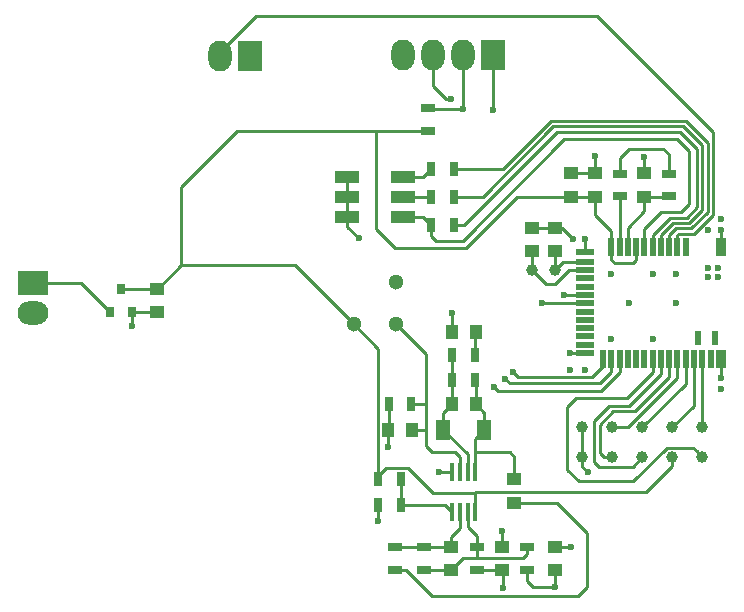
<source format=gtl>
G04 #@! TF.FileFunction,Copper,L1,Top,Signal*
%FSLAX46Y46*%
G04 Gerber Fmt 4.6, Leading zero omitted, Abs format (unit mm)*
G04 Created by KiCad (PCBNEW 4.0.7) date 12/08/17 15:57:13*
%MOMM*%
%LPD*%
G01*
G04 APERTURE LIST*
%ADD10C,0.100000*%
%ADD11R,2.600000X2.000000*%
%ADD12O,2.600000X2.000000*%
%ADD13R,1.250000X1.000000*%
%ADD14R,1.000000X1.250000*%
%ADD15R,1.300000X1.700000*%
%ADD16R,2.000000X1.100000*%
%ADD17R,2.000000X2.600000*%
%ADD18O,2.000000X2.600000*%
%ADD19R,1.300000X0.700000*%
%ADD20C,1.000000*%
%ADD21R,0.800000X0.900000*%
%ADD22R,0.700000X1.300000*%
%ADD23R,0.300000X1.600000*%
%ADD24R,0.500000X1.200000*%
%ADD25R,0.900000X1.600000*%
%ADD26R,0.500000X1.600000*%
%ADD27R,1.600000X0.500000*%
%ADD28C,1.300000*%
%ADD29C,0.600000*%
%ADD30C,0.250000*%
G04 APERTURE END LIST*
D10*
D11*
X134040000Y-90320000D03*
D12*
X134040000Y-92860000D03*
D13*
X144500000Y-90750000D03*
X144500000Y-92750000D03*
D14*
X169500000Y-100500000D03*
X171500000Y-100500000D03*
D13*
X174800000Y-106900000D03*
X174800000Y-108900000D03*
D14*
X171500000Y-94400000D03*
X169500000Y-94400000D03*
D13*
X169400000Y-114600000D03*
X169400000Y-112600000D03*
X173700000Y-114600000D03*
X173700000Y-112600000D03*
X185800000Y-83000000D03*
X185800000Y-81000000D03*
X181600000Y-83000000D03*
X181600000Y-81000000D03*
X179600000Y-83000000D03*
X179600000Y-81000000D03*
X176280000Y-87590000D03*
X176280000Y-85590000D03*
X178200000Y-87590000D03*
X178200000Y-85590000D03*
X178200000Y-114600000D03*
X178200000Y-112600000D03*
D14*
X164100000Y-102700000D03*
X166100000Y-102700000D03*
D15*
X172250000Y-102700000D03*
X168750000Y-102700000D03*
D16*
X160600000Y-81300000D03*
X160600000Y-83000000D03*
X160600000Y-84700000D03*
X165400000Y-84700000D03*
X165400000Y-83000000D03*
X165400000Y-81300000D03*
D17*
X172960000Y-71010000D03*
D18*
X170420000Y-71010000D03*
X167880000Y-71010000D03*
X165340000Y-71010000D03*
D19*
X187900000Y-82950000D03*
X187900000Y-81050000D03*
X183700000Y-81050000D03*
X183700000Y-82950000D03*
D20*
X190710000Y-102500000D03*
X188170000Y-102500000D03*
X185630000Y-102500000D03*
X183090000Y-102500000D03*
X180550000Y-102500000D03*
X180550000Y-105040000D03*
X183090000Y-105040000D03*
X185630000Y-105040000D03*
X188170000Y-105040000D03*
X190710000Y-105040000D03*
D21*
X140550000Y-92750000D03*
X142450000Y-92750000D03*
X141500000Y-90750000D03*
D22*
X163250000Y-106900000D03*
X165150000Y-106900000D03*
X165150000Y-109100000D03*
X163250000Y-109100000D03*
X169550000Y-98500000D03*
X171450000Y-98500000D03*
X171450000Y-96400000D03*
X169550000Y-96400000D03*
D19*
X164700000Y-114550000D03*
X164700000Y-112650000D03*
X171600000Y-114550000D03*
X171600000Y-112650000D03*
X167100000Y-114550000D03*
X167100000Y-112650000D03*
D22*
X164150000Y-100500000D03*
X166050000Y-100500000D03*
X169650000Y-80600000D03*
X167750000Y-80600000D03*
X169650000Y-83000000D03*
X167750000Y-83000000D03*
X169650000Y-85400000D03*
X167750000Y-85400000D03*
D19*
X175900000Y-114550000D03*
X175900000Y-112650000D03*
X167480000Y-77400000D03*
X167480000Y-75500000D03*
D17*
X152420000Y-71030000D03*
D18*
X149880000Y-71030000D03*
D23*
X171475000Y-106300000D03*
X170825000Y-106300000D03*
X170175000Y-106300000D03*
X169525000Y-106300000D03*
X169525000Y-109700000D03*
X170175000Y-109700000D03*
X170825000Y-109700000D03*
X171475000Y-109700000D03*
D24*
X190350000Y-94900000D03*
X191750000Y-94900000D03*
D25*
X192300000Y-96750000D03*
D26*
X191400000Y-96750000D03*
X190700000Y-96750000D03*
X190000000Y-96750000D03*
X189300000Y-96750000D03*
X188600000Y-96750000D03*
X187900000Y-96750000D03*
X187200000Y-96750000D03*
X186500000Y-96750000D03*
X185800000Y-96750000D03*
X185100000Y-96750000D03*
X184400000Y-96750000D03*
X183700000Y-96750000D03*
X183000000Y-96750000D03*
X182300000Y-96750000D03*
D27*
X180750000Y-96200000D03*
X180750000Y-95500000D03*
X180750000Y-94800000D03*
X180750000Y-94100000D03*
X180750000Y-93400000D03*
X180750000Y-92700000D03*
X180750000Y-92000000D03*
X180750000Y-91300000D03*
X180750000Y-90600000D03*
X180750000Y-89900000D03*
X180750000Y-89200000D03*
X180750000Y-88500000D03*
D26*
X183000000Y-87250000D03*
X183700000Y-87250000D03*
X184400000Y-87250000D03*
X185100000Y-87250000D03*
X185800000Y-87250000D03*
X186500000Y-87250000D03*
X187200000Y-87250000D03*
X187900000Y-87250000D03*
X188600000Y-87250000D03*
D25*
X192300000Y-87250000D03*
D26*
X189300000Y-87250000D03*
D27*
X180750000Y-87700000D03*
D28*
X161204000Y-93796000D03*
X164796000Y-90204000D03*
X164796000Y-93796000D03*
D20*
X176290000Y-89190000D03*
X178190000Y-89190000D03*
D29*
X163250000Y-110440000D03*
X188500000Y-89500000D03*
X191200000Y-89800000D03*
X192000000Y-89800000D03*
X192000000Y-89000000D03*
X191200000Y-89000000D03*
X179490000Y-97650000D03*
X180790000Y-97650000D03*
X192290000Y-99290000D03*
X192300000Y-84900000D03*
X191200000Y-85800000D03*
X186500000Y-89500000D03*
X183000000Y-95000000D03*
X186500000Y-95000000D03*
X188500000Y-92000000D03*
X184500000Y-92000000D03*
X183000000Y-89500000D03*
X161600000Y-86500000D03*
X179780000Y-86530000D03*
X180750000Y-86530000D03*
X192290000Y-98360000D03*
X142450000Y-93950000D03*
X168420000Y-106300000D03*
X164100000Y-104190000D03*
X173700000Y-111310000D03*
X179600000Y-112600000D03*
X192300000Y-85800000D03*
X169500000Y-92790000D03*
X179490000Y-96200000D03*
X181000000Y-106300000D03*
X181600000Y-79500000D03*
X185800000Y-79600000D03*
X177100000Y-92000000D03*
X173800000Y-116090000D03*
X179000000Y-91300000D03*
X178200000Y-116000000D03*
X172950000Y-75620000D03*
X174000000Y-98400000D03*
X170420000Y-75530000D03*
X173100000Y-99100000D03*
X169440000Y-74720000D03*
X174680000Y-97850000D03*
D30*
X134040000Y-90320000D02*
X137870000Y-90320000D01*
X137870000Y-90320000D02*
X138020000Y-90320000D01*
X138130000Y-90320000D02*
X137870000Y-90320000D01*
X138130000Y-90320000D02*
X140560000Y-92750000D01*
X156208000Y-88800000D02*
X146575000Y-88800000D01*
X146750000Y-81950000D02*
X146900000Y-81800000D01*
X146900000Y-81800000D02*
X151300000Y-77400000D01*
X146575000Y-88800000D02*
X146575000Y-82125000D01*
X146575000Y-82125000D02*
X146900000Y-81800000D01*
X144500000Y-90750000D02*
X144625000Y-90750000D01*
X144625000Y-90750000D02*
X146575000Y-88800000D01*
X171475000Y-108025000D02*
X167860002Y-108025000D01*
X167860002Y-108025000D02*
X165760001Y-105924999D01*
X165760001Y-105924999D02*
X163925001Y-105924999D01*
X163925001Y-105924999D02*
X163250000Y-106600000D01*
X163250000Y-106600000D02*
X163250000Y-106900000D01*
X161196000Y-93796000D02*
X163250000Y-95850000D01*
X163250000Y-95850000D02*
X163250000Y-106900000D01*
X170689998Y-87300000D02*
X174990000Y-83000000D01*
X163100000Y-77400000D02*
X163100000Y-85700000D01*
X163100000Y-85700000D02*
X164700000Y-87300000D01*
X164700000Y-87300000D02*
X170689998Y-87300000D01*
X174990000Y-83000000D02*
X179600000Y-83000000D01*
X163100000Y-77400000D02*
X166670000Y-77400000D01*
X166670000Y-77400000D02*
X167480000Y-77400000D01*
X151300000Y-77400000D02*
X163100000Y-77400000D01*
X173400000Y-108000000D02*
X185770000Y-108000000D01*
X188170000Y-105040000D02*
X188170000Y-105747106D01*
X188170000Y-105747106D02*
X185917106Y-108000000D01*
X185917106Y-108000000D02*
X185770000Y-108000000D01*
X171475000Y-109700000D02*
X171475000Y-108025000D01*
X171475000Y-108025000D02*
X171500000Y-108000000D01*
X171500000Y-108000000D02*
X173400000Y-108000000D01*
X173400000Y-108000000D02*
X173500000Y-108000000D01*
X183300000Y-88600000D02*
X184800000Y-88600000D01*
X184800000Y-88600000D02*
X185100000Y-88300000D01*
X185100000Y-88300000D02*
X185100000Y-87250000D01*
X183000000Y-87250000D02*
X183000000Y-88300000D01*
X183000000Y-88300000D02*
X183300000Y-88600000D01*
X183000000Y-87250000D02*
X183000000Y-85900000D01*
X183000000Y-85900000D02*
X182600000Y-85500000D01*
X182600000Y-85500000D02*
X182400000Y-85300000D01*
X182400000Y-85300000D02*
X181600000Y-84500000D01*
X181600000Y-84500000D02*
X181600000Y-83000000D01*
X179600000Y-83000000D02*
X181600000Y-83000000D01*
X156208000Y-88800000D02*
X161204000Y-93796000D01*
X141500000Y-90750000D02*
X144500000Y-90750000D01*
X178200000Y-112600000D02*
X179600000Y-112600000D01*
X163250000Y-109100000D02*
X163250000Y-110440000D01*
X180750000Y-86530000D02*
X180750000Y-87700000D01*
X160600000Y-85500000D02*
X161600000Y-86500000D01*
X160600000Y-84700000D02*
X160600000Y-85500000D01*
X179780000Y-86530000D02*
X178840000Y-85590000D01*
X178840000Y-85590000D02*
X178200000Y-85590000D01*
X176280000Y-85590000D02*
X178200000Y-85590000D01*
X192300000Y-96750000D02*
X192300000Y-98350000D01*
X192300000Y-98350000D02*
X192290000Y-98360000D01*
X180750000Y-96200000D02*
X179490000Y-96200000D01*
X164150000Y-100500000D02*
X164150000Y-102650000D01*
X164150000Y-102650000D02*
X164100000Y-102700000D01*
X169525000Y-106300000D02*
X168940000Y-106300000D01*
X168940000Y-106300000D02*
X168590000Y-106300000D01*
X168420000Y-106300000D02*
X168940000Y-106300000D01*
X142450000Y-92750000D02*
X142450000Y-93950000D01*
X142450000Y-92750000D02*
X144500000Y-92750000D01*
X164100000Y-104190000D02*
X164100000Y-102700000D01*
X173700000Y-112600000D02*
X173700000Y-111310000D01*
X192300000Y-87250000D02*
X192300000Y-85800000D01*
X169500000Y-94400000D02*
X169500000Y-92790000D01*
X180550000Y-105040000D02*
X180550000Y-105850000D01*
X180550000Y-105850000D02*
X181000000Y-106300000D01*
X160600000Y-83000000D02*
X160600000Y-81300000D01*
X160600000Y-84700000D02*
X160600000Y-83000000D01*
X180550000Y-102500000D02*
X180550000Y-105040000D01*
X181600000Y-81000000D02*
X181600000Y-79500000D01*
X185800000Y-81000000D02*
X185800000Y-79600000D01*
X179600000Y-81000000D02*
X181600000Y-81000000D01*
X169500000Y-96400000D02*
X169500000Y-98500000D01*
X169500000Y-100500000D02*
X168750000Y-101250000D01*
X168750000Y-101250000D02*
X168750000Y-102700000D01*
X169500000Y-98550000D02*
X169500000Y-100500000D01*
X170825000Y-106300000D02*
X170825000Y-104775000D01*
X170825000Y-104775000D02*
X168750000Y-102700000D01*
X174400000Y-104600000D02*
X171475000Y-104600000D01*
X174800000Y-106900000D02*
X174800000Y-105000000D01*
X174800000Y-105000000D02*
X174400000Y-104600000D01*
X171500000Y-100500000D02*
X172250000Y-101250000D01*
X172250000Y-101250000D02*
X172250000Y-102700000D01*
X171500000Y-98550000D02*
X171500000Y-100500000D01*
X171475000Y-106300000D02*
X171475000Y-104600000D01*
X171475000Y-104600000D02*
X171475000Y-103475000D01*
X171475000Y-103475000D02*
X172250000Y-102700000D01*
X174800000Y-108900000D02*
X178410000Y-108900000D01*
X178410000Y-108900000D02*
X180925002Y-111415002D01*
X180925002Y-111415002D02*
X180925002Y-115994998D01*
X180925002Y-115994998D02*
X180140000Y-116780000D01*
X180140000Y-116780000D02*
X167830000Y-116780000D01*
X167830000Y-116780000D02*
X165600000Y-114550000D01*
X165600000Y-114550000D02*
X164700000Y-114550000D01*
X171450000Y-96400000D02*
X171450000Y-94450000D01*
X175500000Y-113600000D02*
X171600000Y-113600000D01*
X171600000Y-113600000D02*
X171100000Y-113600000D01*
X171600000Y-113100000D02*
X171600000Y-113600000D01*
X175900000Y-112650000D02*
X175900000Y-113200000D01*
X175900000Y-113200000D02*
X175500000Y-113600000D01*
X171600000Y-112650000D02*
X171600000Y-113100000D01*
X171100000Y-113600000D02*
X170400000Y-113600000D01*
X170400000Y-113600000D02*
X169400000Y-114600000D01*
X167150000Y-114600000D02*
X169400000Y-114600000D01*
X170825000Y-109700000D02*
X170825000Y-110925000D01*
X171600000Y-111700000D02*
X171600000Y-112650000D01*
X170825000Y-110925000D02*
X171600000Y-111700000D01*
X169400000Y-112600000D02*
X169400000Y-111800000D01*
X169400000Y-111800000D02*
X170175000Y-111025000D01*
X170175000Y-111025000D02*
X170175000Y-109700000D01*
X167100000Y-112650000D02*
X169350000Y-112650000D01*
X169350000Y-112650000D02*
X169400000Y-112600000D01*
X164700000Y-112650000D02*
X167100000Y-112650000D01*
X177100000Y-92000000D02*
X180750000Y-92000000D01*
X173800000Y-114700000D02*
X173800000Y-116100000D01*
X173700000Y-114600000D02*
X173800000Y-114700000D01*
X171650000Y-114600000D02*
X173700000Y-114600000D01*
X185800000Y-83000000D02*
X187850000Y-83000000D01*
X184400000Y-87250000D02*
X184400000Y-85600000D01*
X184400000Y-85600000D02*
X185800000Y-84200000D01*
X185800000Y-84200000D02*
X185800000Y-83000000D01*
X178200000Y-87590000D02*
X178200000Y-89180000D01*
X178200000Y-89180000D02*
X178190000Y-89190000D01*
X180750000Y-88500000D02*
X178880000Y-88500000D01*
X178880000Y-88500000D02*
X178190000Y-89190000D01*
X176280000Y-87590000D02*
X176280000Y-89180000D01*
X176280000Y-89180000D02*
X176290000Y-89190000D01*
X178201002Y-90400000D02*
X177500000Y-90400000D01*
X177500000Y-90400000D02*
X176290000Y-89190000D01*
X180750000Y-89200000D02*
X179401002Y-89200000D01*
X179401002Y-89200000D02*
X178201002Y-90400000D01*
X178200000Y-114600000D02*
X178200000Y-116000000D01*
X175900000Y-115500000D02*
X176400000Y-116000000D01*
X176400000Y-116000000D02*
X178200000Y-116000000D01*
X180750000Y-91300000D02*
X179000000Y-91300000D01*
X175900000Y-114550000D02*
X175900000Y-115500000D01*
X166050000Y-100500000D02*
X167300000Y-100500000D01*
X164796000Y-93796000D02*
X167300000Y-96300000D01*
X167300000Y-96300000D02*
X167300000Y-100500000D01*
X167300000Y-100500000D02*
X167300000Y-100900000D01*
X166100000Y-102700000D02*
X167300000Y-102700000D01*
X167300000Y-100900000D02*
X167300000Y-102700000D01*
X167300000Y-102700000D02*
X167300000Y-104100000D01*
X167300000Y-104100000D02*
X167800000Y-104600000D01*
X167800000Y-104600000D02*
X169800000Y-104600000D01*
X169800000Y-104600000D02*
X170175000Y-104975000D01*
X170175000Y-104975000D02*
X170175000Y-106300000D01*
X165400000Y-83000000D02*
X167750000Y-83000000D01*
X165400000Y-81300000D02*
X167050000Y-81300000D01*
X167050000Y-81300000D02*
X167750000Y-80600000D01*
X172960000Y-75225010D02*
X172960000Y-75060000D01*
X172950000Y-75620000D02*
X172950000Y-75070000D01*
X172960000Y-75060000D02*
X172960000Y-71010000D01*
X172950000Y-75070000D02*
X172960000Y-75060000D01*
X174299999Y-98699999D02*
X174000000Y-98400000D01*
X183000000Y-97800000D02*
X182034998Y-98765002D01*
X174365002Y-98765002D02*
X174299999Y-98699999D01*
X183000000Y-96750000D02*
X183000000Y-97800000D01*
X182034998Y-98765002D02*
X174365002Y-98765002D01*
X183700000Y-81050000D02*
X183700000Y-79700000D01*
X183700000Y-79700000D02*
X184500000Y-78900000D01*
X184500000Y-78900000D02*
X187400000Y-78900000D01*
X187400000Y-78900000D02*
X187900000Y-79400000D01*
X187900000Y-79400000D02*
X187900000Y-81050000D01*
X183700000Y-87250000D02*
X183700000Y-83110000D01*
X183700000Y-83110000D02*
X183690000Y-83100000D01*
X180000000Y-100000000D02*
X179260000Y-100740000D01*
X179260000Y-100740000D02*
X179260000Y-106120000D01*
X179260000Y-106120000D02*
X180220000Y-107080000D01*
X180220000Y-107080000D02*
X184811002Y-107080000D01*
X187676003Y-104214999D02*
X189884999Y-104214999D01*
X184811002Y-107080000D02*
X187676003Y-104214999D01*
X189884999Y-104214999D02*
X190210001Y-104540001D01*
X190210001Y-104540001D02*
X190710000Y-105040000D01*
X180220000Y-107080000D02*
X180310000Y-107080000D01*
X186500000Y-96750000D02*
X186500000Y-97800000D01*
X186500000Y-97800000D02*
X184300000Y-100000000D01*
X184300000Y-100000000D02*
X180000000Y-100000000D01*
X190710000Y-102500000D02*
X190710000Y-96760000D01*
X190710000Y-96760000D02*
X190700000Y-96750000D01*
X183090000Y-105040000D02*
X182382894Y-105040000D01*
X182382894Y-105040000D02*
X182000000Y-104657106D01*
X182000000Y-104657106D02*
X182000000Y-102318986D01*
X182000000Y-102318986D02*
X183168975Y-101150011D01*
X183168975Y-101150011D02*
X184986400Y-101150011D01*
X184986400Y-101150011D02*
X187900000Y-98236411D01*
X187900000Y-98236411D02*
X187900000Y-97800000D01*
X187900000Y-97800000D02*
X187900000Y-96750000D01*
X188600000Y-96750000D02*
X188600000Y-98300000D01*
X188600000Y-98300000D02*
X184400000Y-102500000D01*
X184400000Y-102500000D02*
X183900000Y-102500000D01*
X183900000Y-102500000D02*
X183090000Y-102500000D01*
X181580000Y-101920000D02*
X182832587Y-100667413D01*
X181520000Y-105420000D02*
X181520000Y-101980000D01*
X185630000Y-105040000D02*
X184804999Y-105865001D01*
X184804999Y-105865001D02*
X181965001Y-105865001D01*
X181965001Y-105865001D02*
X181520000Y-105420000D01*
X181520000Y-101980000D02*
X181580000Y-101920000D01*
X182832587Y-100667413D02*
X184532587Y-100667413D01*
X184532587Y-100667413D02*
X187200000Y-98000000D01*
X187200000Y-98000000D02*
X187200000Y-96750000D01*
X189300000Y-96750000D02*
X189300000Y-98830000D01*
X189300000Y-98830000D02*
X185630000Y-102500000D01*
X190000000Y-96750000D02*
X190000000Y-100670000D01*
X190000000Y-100670000D02*
X188170000Y-102500000D01*
X165150000Y-109100000D02*
X168925000Y-109100000D01*
X168925000Y-109100000D02*
X169525000Y-109700000D01*
X165150000Y-106900000D02*
X165150000Y-109100000D01*
X191150033Y-84259200D02*
X191150033Y-78413622D01*
X189759202Y-85650031D02*
X191150033Y-84259200D01*
X170250000Y-80600000D02*
X169650000Y-80600000D01*
X173863589Y-80600000D02*
X170250000Y-80600000D01*
X191150033Y-78413622D02*
X189286400Y-76549989D01*
X189286400Y-76549989D02*
X177913600Y-76549989D01*
X187900000Y-86200000D02*
X188449969Y-85650031D01*
X188449969Y-85650031D02*
X189759202Y-85650031D01*
X177913600Y-76549989D02*
X173863589Y-80600000D01*
X187900000Y-87250000D02*
X187900000Y-86200000D01*
X188199980Y-85200020D02*
X187200000Y-86200000D01*
X189100000Y-77000000D02*
X190700022Y-78600022D01*
X187200000Y-86200000D02*
X187200000Y-87250000D01*
X178100000Y-77000000D02*
X189100000Y-77000000D01*
X169650000Y-83000000D02*
X172100000Y-83000000D01*
X172100000Y-83000000D02*
X178100000Y-77000000D01*
X190700022Y-78600022D02*
X190700022Y-84072800D01*
X189572802Y-85200020D02*
X188199980Y-85200020D01*
X190700022Y-84072800D02*
X189572802Y-85200020D01*
X186500000Y-87250000D02*
X186500000Y-86200000D01*
X170250000Y-85400000D02*
X169650000Y-85400000D01*
X188800000Y-77500000D02*
X178400000Y-77500000D01*
X187949991Y-84750009D02*
X189386402Y-84750009D01*
X190250011Y-83886400D02*
X190250011Y-78950011D01*
X186500000Y-86200000D02*
X187949991Y-84750009D01*
X178400000Y-77500000D02*
X170500000Y-85400000D01*
X170500000Y-85400000D02*
X170250000Y-85400000D01*
X189386402Y-84750009D02*
X190250011Y-83886400D01*
X190250011Y-78950011D02*
X188800000Y-77500000D01*
X170420000Y-75530000D02*
X170420000Y-75105736D01*
X170420000Y-75105736D02*
X170420000Y-71010000D01*
X170420000Y-75530000D02*
X167550000Y-75530000D01*
X167550000Y-75530000D02*
X167480000Y-75460000D01*
X173399999Y-99399999D02*
X173100000Y-99100000D01*
X182100001Y-99399999D02*
X173399999Y-99399999D01*
X183700000Y-96750000D02*
X183700000Y-97800000D01*
X183700000Y-97800000D02*
X182100001Y-99399999D01*
X174979999Y-98149999D02*
X174680000Y-97850000D01*
X175105001Y-98275001D02*
X174979999Y-98149999D01*
X182300000Y-97300000D02*
X181324999Y-98275001D01*
X182300000Y-96750000D02*
X182300000Y-97300000D01*
X181324999Y-98275001D02*
X175105001Y-98275001D01*
X169440000Y-74720000D02*
X169015736Y-74720000D01*
X169015736Y-74720000D02*
X167880000Y-73584264D01*
X167880000Y-73584264D02*
X167880000Y-72560000D01*
X167880000Y-72560000D02*
X167880000Y-71010000D01*
X167880000Y-71010000D02*
X167880000Y-71310000D01*
X188600000Y-87250000D02*
X188600000Y-86200000D01*
X188600000Y-86200000D02*
X188699958Y-86100042D01*
X191600044Y-77500044D02*
X181800000Y-67700000D01*
X181800000Y-67700000D02*
X152910000Y-67700000D01*
X188699958Y-86100042D02*
X189999958Y-86100042D01*
X189999958Y-86100042D02*
X191600044Y-84499956D01*
X152910000Y-67700000D02*
X149880000Y-70730000D01*
X191600044Y-84499956D02*
X191600044Y-77500044D01*
X149880000Y-70730000D02*
X149880000Y-71030000D01*
X185800000Y-85700000D02*
X185800000Y-87250000D01*
X189600000Y-83600000D02*
X188900001Y-84299999D01*
X189600000Y-79100000D02*
X189600000Y-83600000D01*
X188600000Y-78100000D02*
X189600000Y-79100000D01*
X179000000Y-78100000D02*
X188600000Y-78100000D01*
X167750000Y-86300000D02*
X168150000Y-86700000D01*
X168150000Y-86700000D02*
X170400000Y-86700000D01*
X167750000Y-85400000D02*
X167750000Y-86300000D01*
X170400000Y-86700000D02*
X179000000Y-78100000D01*
X188900001Y-84299999D02*
X187200001Y-84299999D01*
X187200001Y-84299999D02*
X185800000Y-85700000D01*
X165400000Y-84700000D02*
X167050000Y-84700000D01*
X167050000Y-84700000D02*
X167750000Y-85400000D01*
M02*

</source>
